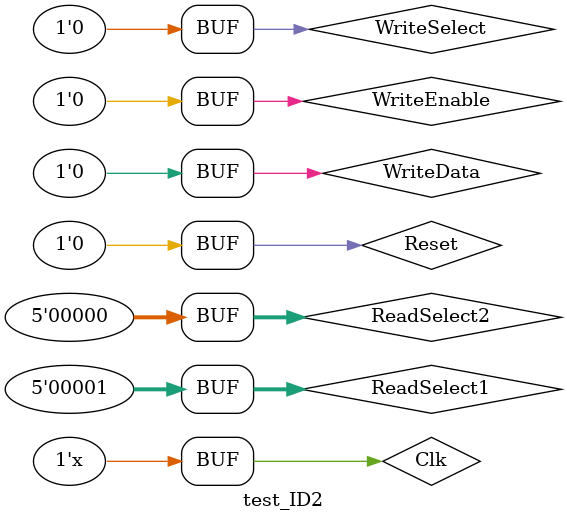
<source format=v>
`timescale 1ns / 1ps


module test_ID2;

	// Inputs
	reg WriteData;
	reg [4:0] ReadSelect1;
	reg [4:0] ReadSelect2;
	reg WriteSelect;
	reg WriteEnable;
	reg Reset;
	reg Clk;

	// Outputs
	wire [31:0] ReadData1;
	wire [31:0] ReadData2;

	// Instantiate the Unit Under Test (UUT)
	ID2 uut (
		.WriteData(WriteData), 
		.ReadData1(ReadData1), 
		.ReadData2(ReadData2), 
		.ReadSelect1(ReadSelect1), 
		.ReadSelect2(ReadSelect2), 
		.WriteSelect(WriteSelect), 
		.WriteEnable(WriteEnable), 
		.Reset(Reset), 
		.Clk(Clk)
	);
	always begin
		#5 Clk = ~Clk;
	end
	initial begin
		// Initialize Inputs
		WriteData = 0;
		ReadSelect1 = 1;
		ReadSelect2 = 0;
		WriteSelect = 0;
		WriteEnable = 0;
		Reset = 1;
		Clk = 0;

		// Wait 100 ns for global reset to finish
		#10;
		Reset = 0;
		
        
		// Add stimulus here

	end
      
endmodule


</source>
